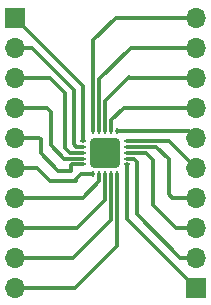
<source format=gbr>
%TF.GenerationSoftware,KiCad,Pcbnew,(6.0.9)*%
%TF.CreationDate,2022-12-23T02:35:24-08:00*%
%TF.ProjectId,AD8232_breakout,41443832-3332-45f6-9272-65616b6f7574,rev?*%
%TF.SameCoordinates,Original*%
%TF.FileFunction,Copper,L1,Top*%
%TF.FilePolarity,Positive*%
%FSLAX46Y46*%
G04 Gerber Fmt 4.6, Leading zero omitted, Abs format (unit mm)*
G04 Created by KiCad (PCBNEW (6.0.9)) date 2022-12-23 02:35:24*
%MOMM*%
%LPD*%
G01*
G04 APERTURE LIST*
G04 Aperture macros list*
%AMRoundRect*
0 Rectangle with rounded corners*
0 $1 Rounding radius*
0 $2 $3 $4 $5 $6 $7 $8 $9 X,Y pos of 4 corners*
0 Add a 4 corners polygon primitive as box body*
4,1,4,$2,$3,$4,$5,$6,$7,$8,$9,$2,$3,0*
0 Add four circle primitives for the rounded corners*
1,1,$1+$1,$2,$3*
1,1,$1+$1,$4,$5*
1,1,$1+$1,$6,$7*
1,1,$1+$1,$8,$9*
0 Add four rect primitives between the rounded corners*
20,1,$1+$1,$2,$3,$4,$5,0*
20,1,$1+$1,$4,$5,$6,$7,0*
20,1,$1+$1,$6,$7,$8,$9,0*
20,1,$1+$1,$8,$9,$2,$3,0*%
G04 Aperture macros list end*
%TA.AperFunction,SMDPad,CuDef*%
%ADD10R,0.500000X0.250000*%
%TD*%
%TA.AperFunction,SMDPad,CuDef*%
%ADD11R,0.250000X0.500000*%
%TD*%
%TA.AperFunction,SMDPad,CuDef*%
%ADD12RoundRect,0.325000X-0.925000X-0.925000X0.925000X-0.925000X0.925000X0.925000X-0.925000X0.925000X0*%
%TD*%
%TA.AperFunction,ComponentPad*%
%ADD13R,1.700000X1.700000*%
%TD*%
%TA.AperFunction,ComponentPad*%
%ADD14O,1.700000X1.700000*%
%TD*%
%TA.AperFunction,Conductor*%
%ADD15C,0.300000*%
%TD*%
G04 APERTURE END LIST*
D10*
%TO.P,U1,1,HPDRIVE*%
%TO.N,Net-(J1-Pad1)*%
X145470000Y-91705000D03*
%TO.P,U1,2,+IN*%
%TO.N,Net-(J1-Pad2)*%
X145470000Y-92205000D03*
%TO.P,U1,3,-IN*%
%TO.N,Net-(J1-Pad3)*%
X145470000Y-92705000D03*
%TO.P,U1,4,RLDFB*%
%TO.N,Net-(J1-Pad4)*%
X145470000Y-93205000D03*
%TO.P,U1,5,RLD*%
%TO.N,Net-(J1-Pad5)*%
X145470000Y-93705000D03*
D11*
%TO.P,U1,6,SW*%
%TO.N,Net-(J1-Pad6)*%
X146320000Y-94555000D03*
%TO.P,U1,7,OPAMP+*%
%TO.N,Net-(J1-Pad7)*%
X146820000Y-94555000D03*
%TO.P,U1,8,REFOUT*%
%TO.N,Net-(J1-Pad8)*%
X147320000Y-94555000D03*
%TO.P,U1,9,OPAMP-*%
%TO.N,Net-(J1-Pad9)*%
X147820000Y-94555000D03*
%TO.P,U1,10,OUT*%
%TO.N,Net-(J1-Pad10)*%
X148320000Y-94555000D03*
D10*
%TO.P,U1,11,LO-*%
%TO.N,Net-(J2-Pad1)*%
X149170000Y-93705000D03*
%TO.P,U1,12,LO+*%
%TO.N,Net-(J2-Pad2)*%
X149170000Y-93205000D03*
%TO.P,U1,13,~{SDN}*%
%TO.N,Net-(J2-Pad3)*%
X149170000Y-92705000D03*
%TO.P,U1,14,AC/~{DC}*%
%TO.N,Net-(J2-Pad4)*%
X149170000Y-92205000D03*
%TO.P,U1,15,FR*%
%TO.N,Net-(J2-Pad5)*%
X149170000Y-91705000D03*
D11*
%TO.P,U1,16,GND*%
%TO.N,Net-(J2-Pad6)*%
X148320000Y-90855000D03*
%TO.P,U1,17,+VS*%
%TO.N,Net-(J2-Pad7)*%
X147820000Y-90855000D03*
%TO.P,U1,18,REFIN*%
%TO.N,Net-(J2-Pad8)*%
X147320000Y-90855000D03*
%TO.P,U1,19,IAOUT*%
%TO.N,Net-(J2-Pad9)*%
X146820000Y-90855000D03*
%TO.P,U1,20,HPSENSE*%
%TO.N,Net-(J2-Pad10)*%
X146320000Y-90855000D03*
D12*
%TO.P,U1,PAD,GND_PAD*%
%TO.N,unconnected-(U1-PadPAD)*%
X147320000Y-92705000D03*
%TD*%
D13*
%TO.P,J1,1,Pin_1*%
%TO.N,Net-(J1-Pad1)*%
X139700000Y-81280000D03*
D14*
%TO.P,J1,2,Pin_2*%
%TO.N,Net-(J1-Pad2)*%
X139700000Y-83820000D03*
%TO.P,J1,3,Pin_3*%
%TO.N,Net-(J1-Pad3)*%
X139700000Y-86360000D03*
%TO.P,J1,4,Pin_4*%
%TO.N,Net-(J1-Pad4)*%
X139700000Y-88900000D03*
%TO.P,J1,5,Pin_5*%
%TO.N,Net-(J1-Pad5)*%
X139700000Y-91440000D03*
%TO.P,J1,6,Pin_6*%
%TO.N,Net-(J1-Pad6)*%
X139700000Y-93980000D03*
%TO.P,J1,7,Pin_7*%
%TO.N,Net-(J1-Pad7)*%
X139700000Y-96520000D03*
%TO.P,J1,8,Pin_8*%
%TO.N,Net-(J1-Pad8)*%
X139700000Y-99060000D03*
%TO.P,J1,9,Pin_9*%
%TO.N,Net-(J1-Pad9)*%
X139700000Y-101600000D03*
%TO.P,J1,10,Pin_10*%
%TO.N,Net-(J1-Pad10)*%
X139700000Y-104140000D03*
%TD*%
D13*
%TO.P,J2,1,Pin_1*%
%TO.N,Net-(J2-Pad1)*%
X155000000Y-104130000D03*
D14*
%TO.P,J2,2,Pin_2*%
%TO.N,Net-(J2-Pad2)*%
X155000000Y-101590000D03*
%TO.P,J2,3,Pin_3*%
%TO.N,Net-(J2-Pad3)*%
X155000000Y-99050000D03*
%TO.P,J2,4,Pin_4*%
%TO.N,Net-(J2-Pad4)*%
X155000000Y-96510000D03*
%TO.P,J2,5,Pin_5*%
%TO.N,Net-(J2-Pad5)*%
X155000000Y-93970000D03*
%TO.P,J2,6,Pin_6*%
%TO.N,Net-(J2-Pad6)*%
X155000000Y-91430000D03*
%TO.P,J2,7,Pin_7*%
%TO.N,Net-(J2-Pad7)*%
X155000000Y-88890000D03*
%TO.P,J2,8,Pin_8*%
%TO.N,Net-(J2-Pad8)*%
X155000000Y-86350000D03*
%TO.P,J2,9,Pin_9*%
%TO.N,Net-(J2-Pad9)*%
X155000000Y-83810000D03*
%TO.P,J2,10,Pin_10*%
%TO.N,Net-(J2-Pad10)*%
X155000000Y-81270000D03*
%TD*%
D15*
%TO.N,Net-(J1-Pad1)*%
X145470000Y-87050000D02*
X139700000Y-81280000D01*
X145470000Y-91705000D02*
X145470000Y-87050000D01*
%TO.N,Net-(J1-Pad2)*%
X144703800Y-92013800D02*
X144703800Y-87376000D01*
X145470000Y-92205000D02*
X144895000Y-92205000D01*
X144703800Y-87376000D02*
X141147800Y-83820000D01*
X141147800Y-83820000D02*
X139700000Y-83820000D01*
X144895000Y-92205000D02*
X144703800Y-92013800D01*
%TO.N,Net-(J1-Pad3)*%
X145470000Y-92705000D02*
X144317800Y-92705000D01*
X142697200Y-86360000D02*
X139700000Y-86360000D01*
X144317800Y-92705000D02*
X143967200Y-92354400D01*
X143967200Y-87630000D02*
X142697200Y-86360000D01*
X143967200Y-92354400D02*
X143967200Y-87630000D01*
%TO.N,Net-(J1-Pad4)*%
X142722600Y-89230200D02*
X142392400Y-88900000D01*
X145470000Y-93205000D02*
X143853200Y-93205000D01*
X142392400Y-88900000D02*
X139700000Y-88900000D01*
X143840200Y-93218000D02*
X142722600Y-92100400D01*
X142722600Y-92100400D02*
X142722600Y-89230200D01*
X143853200Y-93205000D02*
X143840200Y-93218000D01*
%TO.N,Net-(J1-Pad5)*%
X141859000Y-91541600D02*
X141757400Y-91440000D01*
X145470000Y-93705000D02*
X144500600Y-93705000D01*
X144500600Y-93705000D02*
X144475200Y-93730400D01*
X141859000Y-92760800D02*
X141859000Y-91541600D01*
X141757400Y-91440000D02*
X139700000Y-91440000D01*
X144475200Y-94259400D02*
X143357600Y-94259400D01*
X144475200Y-93730400D02*
X144475200Y-94259400D01*
X143357600Y-94259400D02*
X141859000Y-92760800D01*
%TO.N,Net-(J1-Pad6)*%
X141579600Y-93980000D02*
X139700000Y-93980000D01*
X144881600Y-94919800D02*
X144881600Y-95097600D01*
X142697200Y-95097600D02*
X141579600Y-93980000D01*
X144881600Y-95097600D02*
X142697200Y-95097600D01*
X145246400Y-94555000D02*
X144881600Y-94919800D01*
X146320000Y-94555000D02*
X145246400Y-94555000D01*
%TO.N,Net-(J1-Pad7)*%
X145430000Y-96520000D02*
X139700000Y-96520000D01*
X146820000Y-94555000D02*
X146820000Y-95130000D01*
X146820000Y-95130000D02*
X145430000Y-96520000D01*
%TO.N,Net-(J1-Pad8)*%
X147320000Y-96723200D02*
X144957800Y-99085400D01*
X144957800Y-99085400D02*
X144932400Y-99060000D01*
X144932400Y-99060000D02*
X139700000Y-99060000D01*
X147320000Y-94555000D02*
X147320000Y-96723200D01*
%TO.N,Net-(J1-Pad9)*%
X144627600Y-101600000D02*
X139700000Y-101600000D01*
X147820000Y-94555000D02*
X147820000Y-98407600D01*
X147820000Y-98407600D02*
X144627600Y-101600000D01*
%TO.N,Net-(J1-Pad10)*%
X148320000Y-94555000D02*
X148320000Y-100600000D01*
X144754600Y-104165400D02*
X144729200Y-104140000D01*
X148320000Y-100600000D02*
X144754600Y-104165400D01*
X144729200Y-104140000D02*
X139700000Y-104140000D01*
%TO.N,Net-(J2-Pad1)*%
X149170000Y-98300000D02*
X155000000Y-104130000D01*
X149170000Y-93705000D02*
X149170000Y-98300000D01*
%TO.N,Net-(J2-Pad2)*%
X149745000Y-93205000D02*
X150037800Y-93497800D01*
X150037800Y-93497800D02*
X150037800Y-97942400D01*
X150037800Y-97942400D02*
X153685400Y-101590000D01*
X149170000Y-93205000D02*
X149745000Y-93205000D01*
X153685400Y-101590000D02*
X155000000Y-101590000D01*
%TO.N,Net-(J2-Pad3)*%
X153355200Y-99050000D02*
X155000000Y-99050000D01*
X149170000Y-92705000D02*
X150744000Y-92705000D01*
X151409400Y-93370400D02*
X151409400Y-97104200D01*
X151409400Y-97104200D02*
X153355200Y-99050000D01*
X150744000Y-92705000D02*
X151409400Y-93370400D01*
%TO.N,Net-(J2-Pad4)*%
X149170000Y-92205000D02*
X151666400Y-92205000D01*
X151666400Y-92205000D02*
X152704800Y-93243400D01*
X153025000Y-96510000D02*
X155000000Y-96510000D01*
X152704800Y-96189800D02*
X153025000Y-96510000D01*
X152704800Y-93243400D02*
X152704800Y-96189800D01*
%TO.N,Net-(J2-Pad5)*%
X149170000Y-91705000D02*
X152735000Y-91705000D01*
X152735000Y-91705000D02*
X155000000Y-93970000D01*
%TO.N,Net-(J2-Pad6)*%
X154425000Y-90855000D02*
X155000000Y-91430000D01*
X148320000Y-90855000D02*
X154425000Y-90855000D01*
%TO.N,Net-(J2-Pad7)*%
X148904800Y-88890000D02*
X155000000Y-88890000D01*
X147820000Y-89974800D02*
X148904800Y-88890000D01*
X147820000Y-90855000D02*
X147820000Y-89974800D01*
%TO.N,Net-(J2-Pad8)*%
X147320000Y-90855000D02*
X147320000Y-88341200D01*
X147320000Y-88341200D02*
X149352000Y-86309200D01*
X149352000Y-86309200D02*
X149392800Y-86350000D01*
X149392800Y-86350000D02*
X155000000Y-86350000D01*
%TO.N,Net-(J2-Pad9)*%
X146820000Y-86479000D02*
X149489000Y-83810000D01*
X146820000Y-90855000D02*
X146820000Y-86479000D01*
X149489000Y-83810000D02*
X155000000Y-83810000D01*
%TO.N,Net-(J2-Pad10)*%
X146320000Y-83194400D02*
X148244400Y-81270000D01*
X148244400Y-81270000D02*
X155000000Y-81270000D01*
X146320000Y-90855000D02*
X146320000Y-83194400D01*
%TD*%
M02*

</source>
